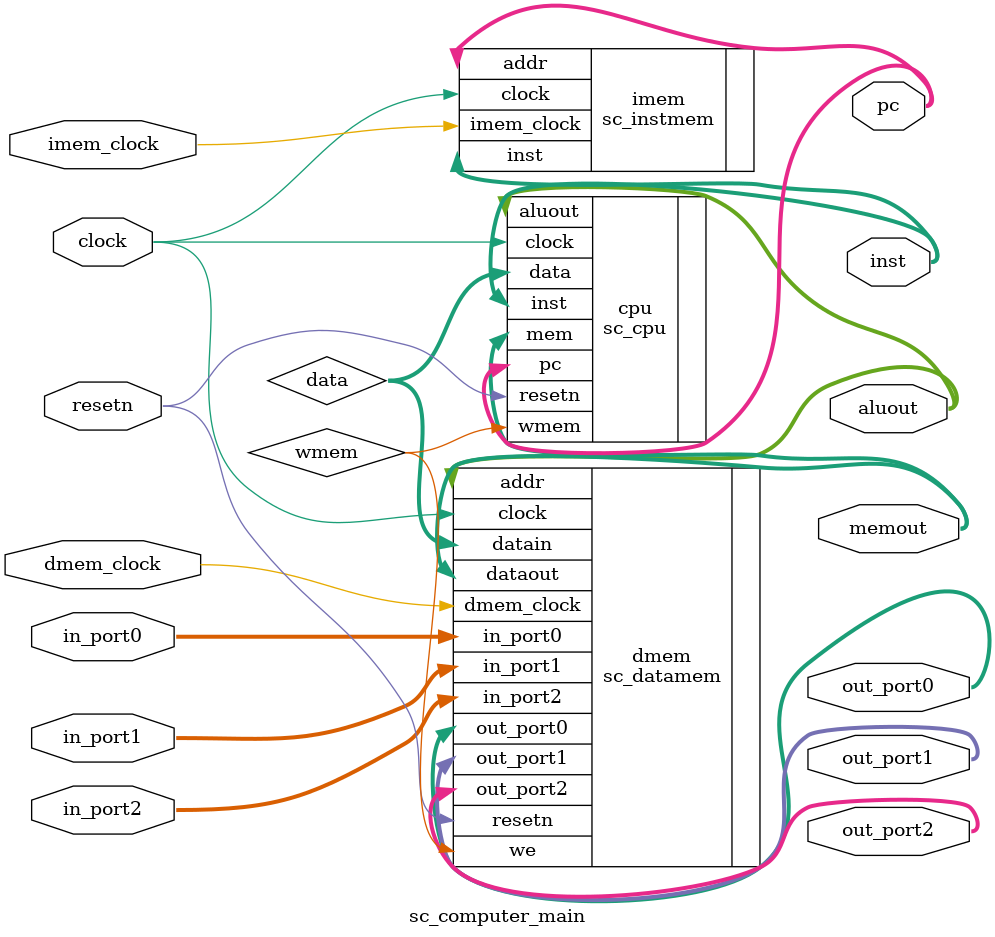
<source format=v>

module sc_computer_main (
    resetn,clock,imem_clock,dmem_clock,pc,inst,aluout,memout,
    out_port0,out_port1,out_port2,in_port0,in_port1,in_port2);
    
    input resetn, clock, imem_clock, dmem_clock;
    input [31:0] in_port0, in_port1, in_port2;
    output [31:0] pc, inst, aluout, memout;
    output [31:0] out_port0, out_port1, out_port2;
    wire   [31:0] data;
    wire          wmem; // all these "wire"s are used to connect or interface the cpu,dmem,imem and so on.
    
    sc_cpu cpu(
        .clock(clock),
        .resetn(resetn),
        .inst(inst),
        .mem(memout),
        .pc(pc),
        .wmem(wmem),
        .aluout(aluout),
        .data(data));
    
    //  sc_instmem, instruction memory.  
    sc_instmem  imem (
        .addr(pc),
        .inst(inst),
        .clock(clock),
        .imem_clock(imem_clock)
        );
    
    //sc_datamem, data memory and IO module (modified the inputs).      
    sc_datamem  dmem(
        .resetn(resetn),
        .addr(aluout),
        .datain(data), // IMPORTANT! Denote 'data' as Write data for DM
        .dataout(memout), // IMPORTANT! Denote 'memout' for eventual output of DM
        .we(wmem),
        .clock(clock),
        .dmem_clock(dmem_clock),
        .out_port0(out_port0),
        .out_port1(out_port1),
        .out_port2(out_port2),
        .in_port0(in_port0),
        .in_port1(in_port1),
        .in_port2(in_port2)
    ); 

endmodule




</source>
